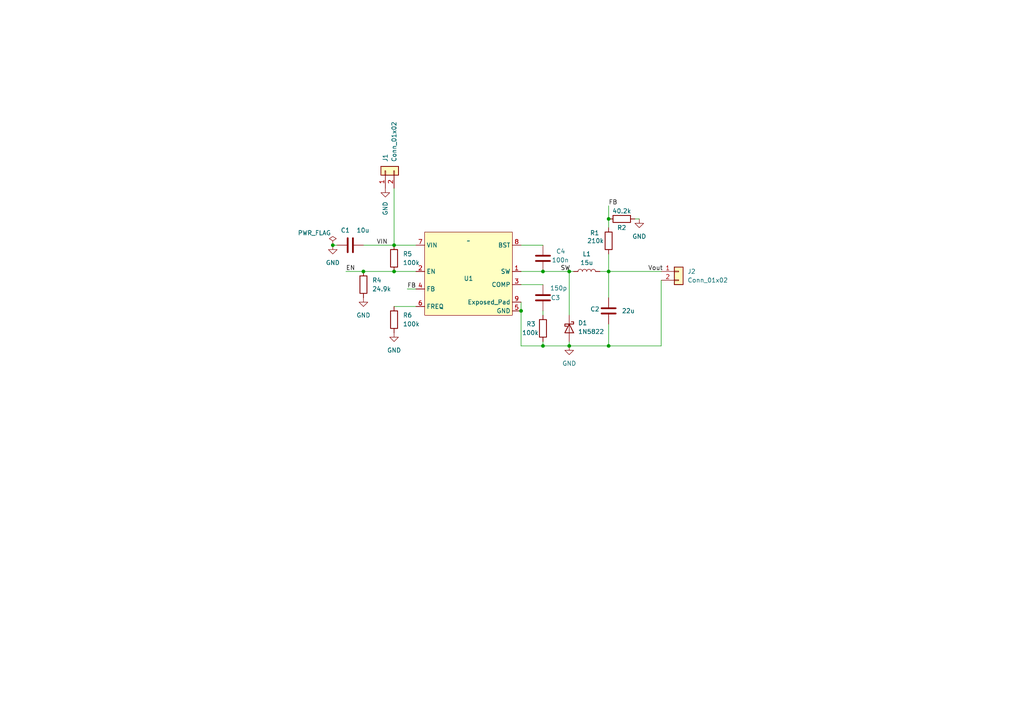
<source format=kicad_sch>
(kicad_sch (version 20250114) (generator "eeschema") (generator_version "9.0")
  (paper "A4")
  (title_block (title "Janus's 5V DC-DC Buck Converter"))
  (lib_symbols
    (symbol "Connector_Generic:Conn_01x02" (pin_names (offset 1.016) (hide yes))
      (property "Reference" "J" (at 0 2.54 0))
      (property "Value" "Conn_01x02" (at 0 -5.08 0))
      (symbol "Conn_01x02_1_1"
        (rectangle (start -1.27 1.27) (end 1.27 -3.81) (stroke (width 0.254)) (fill (type background)))
        (rectangle (start -1.27 0.127) (end 0 -0.127) (stroke (width 0.1524)))
        (rectangle (start -1.27 -2.413) (end 0 -2.667) (stroke (width 0.1524)))
        (pin passive line (at -5.08 0 0) (length 3.81) (name "Pin_1") (number "1"))
        (pin passive line (at -5.08 -2.54 0) (length 3.81) (name "Pin_2") (number "2"))
      )
    )
    (symbol "Device:C" (pin_numbers (hide yes)) (pin_names (offset 0.254))
      (property "Reference" "C" (at 0.635 2.54 0))
      (property "Value" "C" (at 0.635 -2.54 0))
      (symbol "C_0_1"
        (polyline (pts (xy -2.032 0.762) (xy 2.032 0.762)) (stroke (width 0.508)))
        (polyline (pts (xy -2.032 -0.762) (xy 2.032 -0.762)) (stroke (width 0.508)))
      )
      (symbol "C_1_1"
        (pin passive line (at 0 3.81 270) (length 2.794) (name "~") (number "1"))
        (pin passive line (at 0 -3.81 90) (length 2.794) (name "~") (number "2"))
      )
    )
    (symbol "Device:L" (pin_numbers (hide yes)) (pin_names (offset 1.016) (hide yes))
      (property "Reference" "L" (at -1.27 0 90))
      (property "Value" "L" (at 1.905 0 90))
      (symbol "L_0_1"
        (arc (start 0 2.54) (mid 0.6323 1.905) (end 0 1.27))
        (arc (start 0 1.27) (mid 0.6323 0.635) (end 0 0))
        (arc (start 0 0) (mid 0.6323 -0.635) (end 0 -1.27))
        (arc (start 0 -1.27) (mid 0.6323 -1.905) (end 0 -2.54))
      )
      (symbol "L_1_1"
        (pin passive line (at 0 3.81 270) (length 1.27) (name "1") (number "1"))
        (pin passive line (at 0 -3.81 90) (length 1.27) (name "2") (number "2"))
      )
    )
    (symbol "Device:R" (pin_numbers (hide yes)) (pin_names (offset 0))
      (property "Reference" "R" (at 2.032 0 90))
      (property "Value" "R" (at 0 0 90))
      (symbol "R_0_1"
        (rectangle (start -1.016 -2.54) (end 1.016 2.54) (stroke (width 0.254)))
      )
      (symbol "R_1_1"
        (pin passive line (at 0 3.81 270) (length 1.27) (name "~") (number "1"))
        (pin passive line (at 0 -3.81 90) (length 1.27) (name "~") (number "2"))
      )
    )
    (symbol "Diode:1N5822" (pin_numbers (hide yes)) (pin_names (offset 1.016) (hide yes))
      (property "Reference" "D" (at 0 2.54 0))
      (property "Value" "1N5822" (at 0 -2.54 0))
      (symbol "1N5822_0_1"
        (polyline (pts (xy -1.905 0.635) (xy -1.905 1.27) (xy -1.27 1.27) (xy -1.27 -1.27) (xy -0.635 -1.27) (xy -0.635 -0.635)) (stroke (width 0.254)))
        (polyline (pts (xy 1.27 1.27) (xy 1.27 -1.27) (xy -1.27 0) (xy 1.27 1.27)) (stroke (width 0.254)))
        (polyline (pts (xy 1.27 0) (xy -1.27 0)))
      )
      (symbol "1N5822_1_1"
        (pin passive line (at -3.81 0 0) (length 2.54) (name "K") (number "1"))
        (pin passive line (at 3.81 0 180) (length 2.54) (name "A") (number "2"))
      )
    )
    (symbol "MP1584:MP1584EN-LF-Z"
      (property "Reference" "U" (at 0 0 0))
      (symbol "MP1584EN-LF-Z_1_1"
        (rectangle (start -12.7 13.97) (end 12.7 -10.16) (fill (type color) (color 255 255 194 1)))
        (pin bidirectional line (at -15.24 10.16 0) (length 2.54) (name "VIN") (number "7"))
        (pin bidirectional line (at -15.24 2.54 0) (length 2.54) (name "EN") (number "2"))
        (pin bidirectional line (at -15.24 -2.54 0) (length 2.54) (name "FB") (number "4"))
        (pin bidirectional line (at -15.24 -7.62 0) (length 2.54) (name "FREQ") (number "6"))
        (pin bidirectional line (at 15.24 10.16 180) (length 2.54) (name "BST") (number "8"))
        (pin bidirectional line (at 15.24 2.54 180) (length 2.54) (name "SW") (number "1"))
        (pin bidirectional line (at 15.24 -1.27 180) (length 2.54) (name "COMP") (number "3"))
        (pin bidirectional line (at 15.24 -6.35 180) (length 2.54) (name "Exposed_Pad") (number "9"))
        (pin bidirectional line (at 15.24 -8.89 180) (length 2.54) (name "GND") (number "5"))
      )
    )
    (symbol "power:GND" (power) (pin_names (offset 0))
      (property "Value" "GND" (at 0 -3.81 0))
      (symbol "GND_0_1"
        (polyline (pts (xy 0 0) (xy 0 -1.27) (xy 1.27 -1.27) (xy 0 -2.54) (xy -1.27 -1.27) (xy 0 -1.27)))
      )
      (symbol "GND_1_1"
        (pin power_in line (at 0 0 270) (length 0) (hide yes) (name "GND") (number "1"))
      )
    )
    (symbol "power:PWR_FLAG" (power) (pin_numbers (hide yes)) (pin_names (offset 0) (hide yes))
      (property "Value" "PWR_FLAG" (at 0 3.81 0))
      (symbol "PWR_FLAG_0_0"
        (pin power_out line (at 0 0 90) (length 0) (name "pwr") (number "1"))
      )
      (symbol "PWR_FLAG_0_1"
        (polyline (pts (xy 0 0) (xy 0 1.27) (xy -1.016 1.905) (xy 0 2.54) (xy 1.016 1.905) (xy 0 1.27)))
      )
    )
  )
  (junction (at 157.48 100.33))
  (junction (at 165.1 78.74))
  (junction (at 165.1 100.33))
  (junction (at 114.3 78.74))
  (junction (at 151.13 90.17))
  (junction (at 157.48 78.74))
  (junction (at 105.41 78.74))
  (junction (at 176.53 100.33))
  (junction (at 176.53 63.5))
  (junction (at 96.52 71.12))
  (junction (at 114.3 71.12))
  (junction (at 176.53 78.74))
  (wire (pts (xy 151.13 90.17) (xy 151.13 100.33)))
  (wire (pts (xy 105.41 78.74) (xy 114.3 78.74)))
  (wire (pts (xy 173.99 78.74) (xy 176.53 78.74)))
  (wire (pts (xy 114.3 54.61) (xy 114.3 71.12)))
  (wire (pts (xy 176.53 73.66) (xy 176.53 78.74)))
  (wire (pts (xy 151.13 87.63) (xy 151.13 90.17)))
  (wire (pts (xy 97.79 71.12) (xy 96.52 71.12)))
  (wire (pts (xy 157.48 90.17) (xy 157.48 91.44)))
  (wire (pts (xy 151.13 82.55) (xy 157.48 82.55)))
  (wire (pts (xy 165.1 99.06) (xy 165.1 100.33)))
  (wire (pts (xy 157.48 78.74) (xy 151.13 78.74)))
  (wire (pts (xy 176.53 59.69) (xy 176.53 63.5)))
  (wire (pts (xy 165.1 100.33) (xy 176.53 100.33)))
  (wire (pts (xy 176.53 86.36) (xy 176.53 78.74)))
  (wire (pts (xy 165.1 91.44) (xy 165.1 78.74)))
  (wire (pts (xy 176.53 93.98) (xy 176.53 100.33)))
  (wire (pts (xy 157.48 99.06) (xy 157.48 100.33)))
  (wire (pts (xy 176.53 78.74) (xy 191.77 78.74)))
  (wire (pts (xy 157.48 71.12) (xy 151.13 71.12)))
  (wire (pts (xy 176.53 63.5) (xy 176.53 66.04)))
  (wire (pts (xy 105.41 71.12) (xy 114.3 71.12)))
  (wire (pts (xy 191.77 100.33) (xy 176.53 100.33)))
  (wire (pts (xy 114.3 71.12) (xy 120.65 71.12)))
  (wire (pts (xy 157.48 78.74) (xy 165.1 78.74)))
  (wire (pts (xy 118.11 83.82) (xy 120.65 83.82)))
  (wire (pts (xy 114.3 88.9) (xy 120.65 88.9)))
  (wire (pts (xy 165.1 100.33) (xy 157.48 100.33)))
  (wire (pts (xy 100.33 78.74) (xy 105.41 78.74)))
  (wire (pts (xy 165.1 78.74) (xy 166.37 78.74)))
  (wire (pts (xy 185.42 63.5) (xy 184.15 63.5)))
  (wire (pts (xy 151.13 100.33) (xy 157.48 100.33)))
  (wire (pts (xy 191.77 81.28) (xy 191.77 100.33)))
  (wire (pts (xy 114.3 78.74) (xy 120.65 78.74)))
  (label "VIN" (at 109.22 71.12 0))
  (label "FB" (at 118.11 83.82 0))
  (label "EN" (at 100.33 78.74 0))
  (label "SW" (at 162.56 78.74 0))
  (label "Vout" (at 187.96 78.74 0))
  (label "FB" (at 176.53 59.69 0))
  (symbol (lib_id "Device:C") (at 157.48 86.36 0) (unit 1)
    (property "Reference" "C3" (at 159.766 86.36 0) (effects (justify left)))
    (property "Value" "150p" (at 159.512 83.566 0) (effects (justify left)))
    (property "Footprint" "Capacitor_SMD:C_0603_1608Metric" (effects (hide yes)))
    (property "Description" "Unpolarized capacitor" (effects (hide yes)))
  )
  (symbol (lib_id "Connector_Generic:Conn_01x02") (at 196.85 78.74 0) (unit 1)
    (property "Reference" "J2" (at 199.39 78.7399 0) (effects (justify left)))
    (property "Value" "Conn_01x02" (at 199.39 81.2799 0) (effects (justify left)))
    (property "Footprint" "Connector_JST:JST_EH_S2B-EH_1x02_P2.50mm_Horizontal" (effects (hide yes)))
    (property "Description" "Generic connector, single row, 01x02, script generated (kicad-library-utils/schlib/autogen/connector/)" (effects (hide yes)))
  )
  (symbol (lib_id "Device:L") (at 170.18 78.74 90) (unit 1)
    (property "Reference" "L1" (at 170.18 73.66 90))
    (property "Value" "15u" (at 170.18 76.2 90))
    (property "Footprint" "CDRH127F:CDRH127F-150M" (effects (hide yes)))
    (property "Description" "Inductor" (effects (hide yes)))
  )
  (symbol (lib_id "power:GND") (at 111.76 54.61 0) (unit 1)
    (property "Reference" "#PWR04" (effects (hide yes)))
    (property "Value" "GND" (at 111.7599 58.42 90) (effects (justify right)))
    (property "Description" "Power symbol creates a global label with name \"GND\" , ground" (effects (hide yes)))
  )
  (symbol (lib_id "Device:R") (at 105.41 82.55 0) (unit 1)
    (property "Reference" "R4" (at 107.95 81.2799 0) (effects (justify left)))
    (property "Value" "24.9k" (at 107.95 83.8199 0) (effects (justify left)))
    (property "Footprint" "Resistor_SMD:R_0603_1608Metric" (effects (hide yes)))
    (property "Description" "Resistor" (effects (hide yes)))
  )
  (symbol (lib_id "Connector_Generic:Conn_01x02") (at 111.76 49.53 90) (unit 1)
    (property "Reference" "J1" (at 111.7599 46.99 0) (effects (justify left)))
    (property "Value" "Conn_01x02" (at 114.2999 46.99 0) (effects (justify left)))
    (property "Footprint" "Connector_JST:JST_EH_S2B-EH_1x02_P2.50mm_Horizontal" (effects (hide yes)))
    (property "Description" "Generic connector, single row, 01x02, script generated (kicad-library-utils/schlib/autogen/connector/)" (effects (hide yes)))
  )
  (symbol (lib_id "MP1584:MP1584EN-LF-Z") (at 135.89 81.28 0) (unit 1)
    (property "Reference" "U1" (at 135.89 80.772 0))
    (property "Value" "~" (at 135.89 69.85 0))
    (property "Footprint" "MP1584:MP1584-custom" (effects (hide yes)))
    (property "Datasheet" "kicad-embed://MP1584.PDF" (effects (hide yes)))
  )
  (symbol (lib_id "power:GND") (at 114.3 96.52 0) (unit 1)
    (property "Reference" "#PWR02" (effects (hide yes)))
    (property "Value" "GND" (at 114.3 101.6 0))
    (property "Description" "Power symbol creates a global label with name \"GND\" , ground" (effects (hide yes)))
  )
  (symbol (lib_id "Device:R") (at 114.3 74.93 0) (unit 1)
    (property "Reference" "R5" (at 116.84 73.6599 0) (effects (justify left)))
    (property "Value" "100k" (at 116.84 76.1999 0) (effects (justify left)))
    (property "Footprint" "Resistor_SMD:R_0603_1608Metric" (effects (hide yes)))
    (property "Description" "Resistor" (effects (hide yes)))
  )
  (symbol (lib_id "power:PWR_FLAG") (at 96.52 71.12 0) (unit 1)
    (property "Reference" "#FLG01" (effects (hide yes)))
    (property "Value" "PWR_FLAG" (at 91.186 67.564 0))
    (property "Description" "Special symbol for telling ERC where power comes from" (effects (hide yes)))
  )
  (symbol (lib_id "power:GND") (at 165.1 100.33 0) (unit 1)
    (property "Reference" "#PWR06" (effects (hide yes)))
    (property "Value" "GND" (at 165.1 105.41 0))
    (property "Description" "Power symbol creates a global label with name \"GND\" , ground" (effects (hide yes)))
  )
  (symbol (lib_id "Device:C") (at 176.53 90.17 0) (unit 1)
    (property "Reference" "C2" (at 171.196 89.662 0) (effects (justify left)))
    (property "Value" "22u" (at 180.34 90.17 0) (effects (justify left)))
    (property "Footprint" "Capacitor_SMD:C_0805_2012Metric" (effects (hide yes)))
    (property "Description" "Unpolarized capacitor" (effects (hide yes)))
  )
  (symbol (lib_id "power:GND") (at 105.41 86.36 0) (unit 1)
    (property "Reference" "#PWR03" (effects (hide yes)))
    (property "Value" "GND" (at 105.41 91.44 0))
    (property "Description" "Power symbol creates a global label with name \"GND\" , ground" (effects (hide yes)))
  )
  (symbol (lib_id "Device:R") (at 176.53 69.85 180) (unit 1)
    (property "Reference" "R1" (at 172.466 67.564 0))
    (property "Value" "210k" (at 172.72 69.85 0))
    (property "Footprint" "Resistor_SMD:R_0603_1608Metric" (effects (hide yes)))
    (property "Description" "Resistor" (effects (hide yes)))
  )
  (symbol (lib_id "Device:R") (at 157.48 95.25 0) (unit 1)
    (property "Reference" "R3" (at 152.654 93.98 0) (effects (justify left)))
    (property "Value" "100k" (at 151.384 96.52 0) (effects (justify left)))
    (property "Footprint" "Resistor_SMD:R_0603_1608Metric" (effects (hide yes)))
    (property "Description" "Resistor" (effects (hide yes)))
  )
  (symbol (lib_id "Device:R") (at 114.3 92.71 0) (unit 1)
    (property "Reference" "R6" (at 116.84 91.4399 0) (effects (justify left)))
    (property "Value" "100k" (at 116.84 93.9799 0) (effects (justify left)))
    (property "Footprint" "Resistor_SMD:R_0603_1608Metric" (effects (hide yes)))
    (property "Description" "Resistor" (effects (hide yes)))
  )
  (symbol (lib_id "Diode:1N5822") (at 165.1 95.25 270) (unit 1)
    (property "Reference" "D1" (at 167.64 93.6624 90) (effects (justify left)))
    (property "Value" "1N5822" (at 167.64 96.2024 90) (effects (justify left)))
    (property "Footprint" "DO-214AD:FSV330AF" (effects (hide yes)))
    (property "Datasheet" "http://www.vishay.com/docs/88526/1n5820.pdf" (effects (hide yes)))
    (property "Description" "40V 3A Schottky Barrier Rectifier Diode, DO-201AD" (effects (hide yes)))
  )
  (symbol (lib_id "power:GND") (at 185.42 63.5 0) (unit 1)
    (property "Reference" "#PWR08" (effects (hide yes)))
    (property "Value" "GND" (at 185.42 68.58 0))
    (property "Description" "Power symbol creates a global label with name \"GND\" , ground" (effects (hide yes)))
  )
  (symbol (lib_id "Device:C") (at 101.6 71.12 270) (unit 1)
    (property "Reference" "C1" (at 98.806 66.802 90) (effects (justify left)))
    (property "Value" "10u" (at 103.378 66.802 90) (effects (justify left)))
    (property "Footprint" "Capacitor_SMD:C_0603_1608Metric" (effects (hide yes)))
    (property "Description" "Unpolarized capacitor" (effects (hide yes)))
  )
  (symbol (lib_id "Device:C") (at 157.48 74.93 0) (unit 1)
    (property "Reference" "C4" (at 161.29 72.898 0) (effects (justify left)))
    (property "Value" "100n" (at 160.02 75.438 0) (effects (justify left)))
    (property "Footprint" "Capacitor_SMD:C_0603_1608Metric" (effects (hide yes)))
    (property "Description" "Unpolarized capacitor" (effects (hide yes)))
  )
  (symbol (lib_id "Device:R") (at 180.34 63.5 270) (unit 1)
    (property "Reference" "R2" (at 180.34 66.04 90))
    (property "Value" "40.2k" (at 180.34 61.214 90))
    (property "Footprint" "Resistor_SMD:R_0603_1608Metric" (effects (hide yes)))
    (property "Description" "Resistor" (effects (hide yes)))
  )
  (symbol (lib_id "power:GND") (at 96.52 71.12 0) (unit 1)
    (property "Reference" "#PWR01" (effects (hide yes)))
    (property "Value" "GND" (at 96.52 76.2 0))
    (property "Description" "Power symbol creates a global label with name \"GND\" , ground" (effects (hide yes)))
  )
)
</source>
